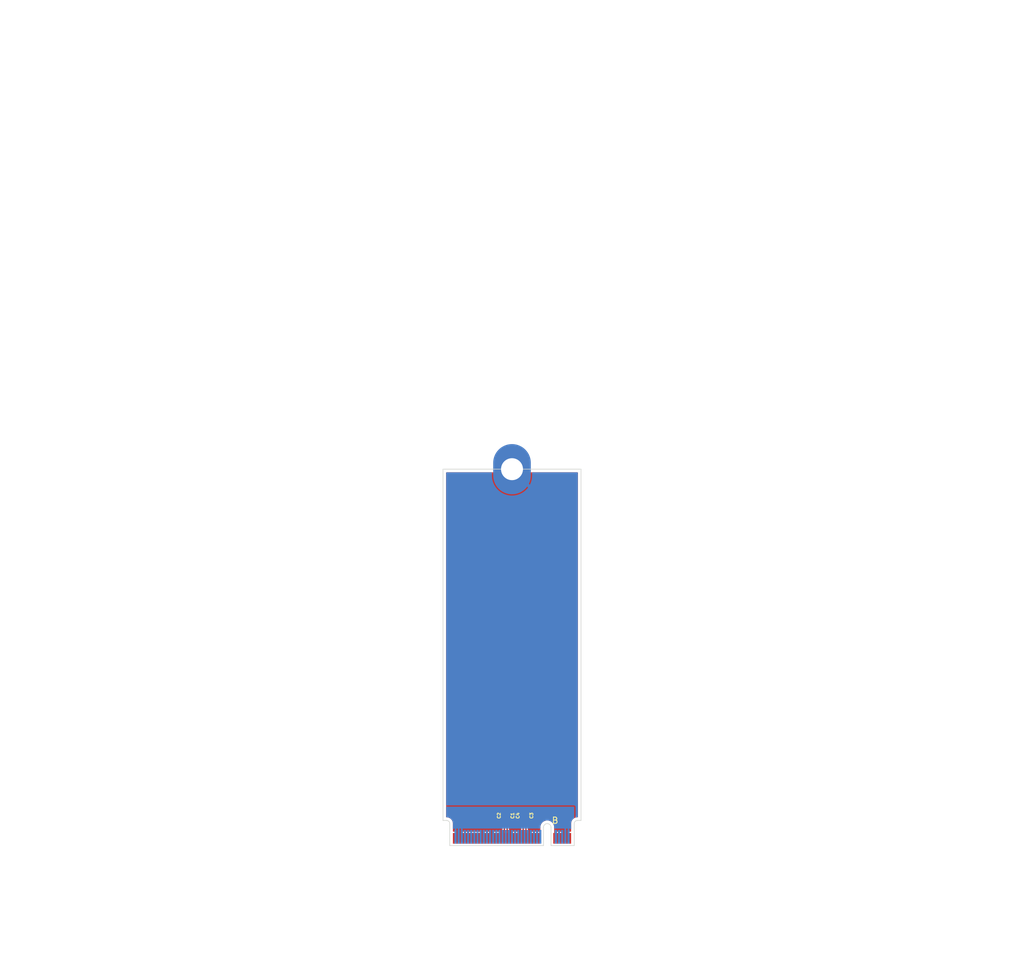
<source format=kicad_pcb>
(kicad_pcb (version 20241229) (generator "pcbnew") (generator_version "9.0")
  (layers (0 "F.Cu" signal) (2 "B.Cu" signal) (13 "F.Paste" user) (15 "B.Paste" user) (5 "F.SilkS" user "F.Silkscreen") (7 "B.SilkS" user "B.Silkscreen") (1 "F.Mask" user) (3 "B.Mask" user) (25 "Edge.Cuts" user))
  (net 0 "")
  (net 1 "/M.2 B key/PET0N")
  (net 2 "/M.2 B key/PET0P")
  (net 3 "/M.2 B key/PET1P")
  (net 4 "/M.2 B key/PET1N")
  (net 5 "GND")
  (net 6 "/CONFIG_3")
  (net 7 "+3.3V")
  (net 8 "/FULL_CARD_PWR_OFF#")
  (net 9 "/USB_D+")
  (net 10 "/W_DISABLE1#")
  (net 11 "/USB_D-")
  (net 12 "/GPIO_9{slash}LED#1")
  (net 13 "/GPIO_5")
  (net 14 "/CONFIG_0")
  (net 15 "/GPIO_6")
  (net 16 "/DPR")
  (net 17 "/GPIO_7")
  (net 18 "/GPIO_11")
  (net 19 "/GPIO_10")
  (net 20 "/GPIO_8")
  (net 21 "/UIM-RESET")
  (net 22 "/UIM-CLK")
  (net 23 "/UIM-DATA")
  (net 24 "/PER1-")
  (net 25 "/UIM-PWR")
  (net 26 "/PER1+")
  (net 27 "/DEVSLP")
  (net 28 "/GPIO_0")
  (net 29 "/GPIO_1")
  (net 30 "/GPIO_2")
  (net 31 "/GPIO_3")
  (net 32 "/PER0-")
  (net 33 "/GPIO_4")
  (net 34 "/PER0+")
  (net 35 "/PERST#")
  (net 36 "/CLKREQ#")
  (net 37 "/REFCLK-")
  (net 38 "/PEWAKE#")
  (net 39 "/REFCLK+")
  (net 42 "/ANTCTL0")
  (net 44 "/ANTCTL1")
  (net 46 "/ANTCTL2")
  (net 48 "/ANTCTL3")
  (net 49 "/SIM_DETECT")
  (net 50 "/RESET#")
  (net 51 "/SUSCLK")
  (net 52 "/CONFIG_1")
  (net 53 "/CONFIG_2")
  (net 54 "/PET0+")
  (net 55 "/PET1+")
  (net 56 "/PET1-")
  (net 57 "/PET0-")
  (footprint "Capacitor_SMD:C_0201_0603Metric" (layer "F.Cu") (at 111.36 153.72 90)
    (property "Reference" "C3" (at 0 0.75 90) (layer "F.SilkS") (effects (font (size 0.5 0.5))))
    (property "Value" "220nF")
    (pad "1" smd roundrect (at -0.32 0 90) (size 0.46 0.4) (layers "F.Cu" "F.Mask") (net 4 "/M.2 B key/PET1N"))
    (pad "2" smd roundrect (at 0.32 0 90) (size 0.46 0.4) (layers "F.Cu" "F.Mask") (net 56 "/PET1-"))
  )
  (footprint "Athena KiCAd library:M.2 Mounting Pad" (layer "F.Cu") (at 109.01 98.49)
    (property "Reference" "H1")
    (property "Value" "MountingHole_Pad")
    (pad "1" thru_hole circle (at 0 0) (size 5.5 5.5) (drill 3.5) (property pad_prop_castellated) (layers "*.Cu" "*.Mask") (net 5 "GND") (padstack (mode front_inner_back) (layer "Inner" (shape circle) (size 5.5 5.5)) (layer "B.Cu" (shape oval) (size 6 8))))
  )
  (footprint "Capacitor_SMD:C_0201_0603Metric" (layer "F.Cu") (at 110.66 153.72 90)
    (property "Reference" "C4" (at 0 -0.72 90) (layer "F.SilkS") (effects (font (size 0.5 0.5))))
    (property "Value" "220nF")
    (pad "1" smd roundrect (at -0.32 0 90) (size 0.46 0.4) (layers "F.Cu" "F.Mask") (net 3 "/M.2 B key/PET1P"))
    (pad "2" smd roundrect (at 0.32 0 90) (size 0.46 0.4) (layers "F.Cu" "F.Mask") (net 55 "/PET1+"))
  )
  (footprint "Capacitor_SMD:C_0201_0603Metric" (layer "F.Cu") (at 108.36 153.72 90)
    (property "Reference" "C1" (at 0 0.73 270) (layer "F.SilkS") (effects (font (size 0.5 0.5))))
    (property "Value" "220nF")
    (pad "1" smd roundrect (at -0.32 0 90) (size 0.46 0.4) (layers "F.Cu" "F.Mask") (net 1 "/M.2 B key/PET0N"))
    (pad "2" smd roundrect (at 0.32 0 90) (size 0.46 0.4) (layers "F.Cu" "F.Mask") (net 57 "/PET0-"))
  )
  (footprint "PCIexpress:M.2 B Key Connector" (layer "F.Cu") (at 109.01 157.38)
    (property "Reference" "J1")
    (property "Value" "~")
    (fp_line (start -11 -2.89) (end -10.425 -2.89) (stroke (width 0.1)) (layer "Edge.Cuts"))
    (fp_line (start -9.925 -2.39) (end -9.925 1.11) (stroke (width 0.1)) (layer "Edge.Cuts"))
    (fp_line (start 5.02 -1.79) (end 5.02 1.11) (stroke (width 0.1)) (layer "Edge.Cuts"))
    (fp_line (start 5.02 1.11) (end -9.925 1.11) (stroke (width 0.1)) (layer "Edge.Cuts"))
    (fp_line (start 6.22 -1.79) (end 6.22 1.11) (stroke (width 0.1)) (layer "Edge.Cuts"))
    (fp_line (start 6.225333 1.11) (end 9.925 1.11) (stroke (width 0.1)) (layer "Edge.Cuts"))
    (fp_line (start 9.925 -2.39) (end 9.925 1.11) (stroke (width 0.1)) (layer "Edge.Cuts"))
    (fp_line (start 10.425 -2.89) (end 11 -2.89) (stroke (width 0.1)) (layer "Edge.Cuts"))
    (fp_arc (start -10.425 -2.89) (mid -10.071447 -2.743553) (end -9.925 -2.39) (stroke (width 0.1)) (layer "Edge.Cuts"))
    (fp_arc (start 5.02 -1.79) (mid 5.62 -2.39) (end 6.22 -1.79) (stroke (width 0.1)) (layer "Edge.Cuts"))
    (fp_arc (start 9.925 -2.39) (mid 10.071447 -2.743553) (end 10.425 -2.89) (stroke (width 0.1)) (layer "Edge.Cuts"))
    (fp_text user "B" (at 6.27 -2.3 0) (layer "F.SilkS") (effects (justify left bottom)))
    (pad "1" smd rect (at 9.25 -0.04 180) (size 0.35 1.7) (layers "F.Cu") (net 6 "/CONFIG_3"))
    (pad "2" smd rect (at 9 -0.29 180) (size 0.35 2.2) (layers "B.Cu") (net 7 "+3.3V"))
    (pad "3" smd rect (at 8.75 -0.04 180) (size 0.35 1.7) (layers "F.Cu") (net 5 "GND"))
    (pad "4" smd rect (at 8.5 -0.29 180) (size 0.35 2.2) (layers "B.Cu") (net 7 "+3.3V"))
    (pad "5" smd rect (at 8.25 -0.04 180) (size 0.35 1.7) (layers "F.Cu") (net 5 "GND"))
    (pad "6" smd rect (at 8 -0.29 180) (size 0.35 2.2) (layers "B.Cu") (net 8 "/FULL_CARD_PWR_OFF#"))
    (pad "7" smd rect (at 7.75 -0.04 180) (size 0.35 1.7) (layers "F.Cu") (net 9 "/USB_D+"))
    (pad "8" smd rect (at 7.5 -0.29 180) (size 0.35 2.2) (layers "B.Cu") (net 10 "/W_DISABLE1#"))
    (pad "9" smd rect (at 7.25 -0.04 180) (size 0.35 1.7) (layers "F.Cu") (net 11 "/USB_D-"))
    (pad "10" smd rect (at 7 -0.29 180) (size 0.35 2.2) (layers "B.Cu") (net 12 "/GPIO_9{slash}LED#1"))
    (pad "11" smd rect (at 6.75 -0.04 180) (size 0.35 1.7) (layers "F.Cu") (net 5 "GND"))
    (pad "20" smd rect (at 4.5 -0.29 180) (size 0.35 2.2) (layers "B.Cu") (net 13 "/GPIO_5"))
    (pad "21" smd rect (at 4.25 -0.04 180) (size 0.35 1.7) (layers "F.Cu") (net 14 "/CONFIG_0"))
    (pad "22" smd rect (at 4 -0.29 180) (size 0.35 2.2) (layers "B.Cu") (net 15 "/GPIO_6"))
    (pad "23" smd rect (at 3.75 -0.04 180) (size 0.35 1.7) (layers "F.Cu") (net 16 "/DPR"))
    (pad "24" smd rect (at 3.5 -0.29 180) (size 0.35 2.2) (layers "B.Cu") (net 17 "/GPIO_7"))
    (pad "25" smd rect (at 3.25 -0.04 180) (size 0.35 1.7) (layers "F.Cu") (net 18 "/GPIO_11"))
    (pad "26" smd rect (at 3 -0.29 180) (size 0.35 2.2) (layers "B.Cu") (net 19 "/GPIO_10"))
    (pad "27" smd rect (at 2.75 -0.04 180) (size 0.35 1.7) (layers "F.Cu") (net 5 "GND"))
    (pad "28" smd rect (at 2.5 -0.29 180) (size 0.35 2.2) (layers "B.Cu") (net 20 "/GPIO_8"))
    (pad "29" smd rect (at 2.25 -0.04 180) (size 0.35 1.7) (layers "F.Cu") (net 4 "/M.2 B key/PET1N"))
    (pad "30" smd rect (at 2 -0.29 180) (size 0.35 2.2) (layers "B.Cu") (net 21 "/UIM-RESET"))
    (pad "31" smd rect (at 1.75 -0.04 180) (size 0.35 1.7) (layers "F.Cu") (net 3 "/M.2 B key/PET1P"))
    (pad "32" smd rect (at 1.5 -0.29 180) (size 0.35 2.2) (layers "B.Cu") (net 22 "/UIM-CLK"))
    (pad "33" smd rect (at 1.25 -0.04 180) (size 0.35 1.7) (layers "F.Cu") (net 5 "GND"))
    (pad "34" smd rect (at 1 -0.29 180) (size 0.35 2.2) (layers "B.Cu") (net 23 "/UIM-DATA"))
    (pad "35" smd rect (at 0.75 -0.04 180) (size 0.35 1.7) (layers "F.Cu") (net 24 "/PER1-"))
    (pad "36" smd rect (at 0.5 -0.29 180) (size 0.35 2.2) (layers "B.Cu") (net 25 "/UIM-PWR"))
    (pad "37" smd rect (at 0.25 -0.04 180) (size 0.35 1.7) (layers "F.Cu") (net 26 "/PER1+"))
    (pad "38" smd rect (at 0 -0.29 180) (size 0.35 2.2) (layers "B.Cu") (net 27 "/DEVSLP"))
    (pad "39" smd rect (at -0.25 -0.04 180) (size 0.35 1.7) (layers "F.Cu") (net 5 "GND"))
    (pad "40" smd rect (at -0.5 -0.29 180) (size 0.35 2.2) (layers "B.Cu") (net 28 "/GPIO_0"))
    (pad "41" smd rect (at -0.75 -0.04 180) (size 0.35 1.7) (layers "F.Cu") (net 1 "/M.2 B key/PET0N"))
    (pad "42" smd rect (at -1 -0.29 180) (size 0.35 2.2) (layers "B.Cu") (net 29 "/GPIO_1"))
    (pad "43" smd rect (at -1.25 -0.04 180) (size 0.35 1.7) (layers "F.Cu") (net 2 "/M.2 B key/PET0P"))
    (pad "44" smd rect (at -1.5 -0.29 180) (size 0.35 2.2) (layers "B.Cu") (net 30 "/GPIO_2"))
    (pad "45" smd rect (at -1.75 -0.04 180) (size 0.35 1.7) (layers "F.Cu") (net 5 "GND"))
    (pad "46" smd rect (at -2 -0.29 180) (size 0.35 2.2) (layers "B.Cu") (net 31 "/GPIO_3"))
    (pad "47" smd rect (at -2.25 -0.04 180) (size 0.35 1.7) (layers "F.Cu") (net 32 "/PER0-"))
    (pad "48" smd rect (at -2.5 -0.29 180) (size 0.35 2.2) (layers "B.Cu") (net 33 "/GPIO_4"))
    (pad "49" smd rect (at -2.75 -0.04 180) (size 0.35 1.7) (layers "F.Cu") (net 34 "/PER0+"))
    (pad "50" smd rect (at -3 -0.29 180) (size 0.35 2.2) (layers "B.Cu") (net 35 "/PERST#"))
    (pad "51" smd rect (at -3.25 -0.04 180) (size 0.35 1.7) (layers "F.Cu") (net 5 "GND"))
    (pad "52" smd rect (at -3.5 -0.29 180) (size 0.35 2.2) (layers "B.Cu") (net 36 "/CLKREQ#"))
    (pad "53" smd rect (at -3.75 -0.04 180) (size 0.35 1.7) (layers "F.Cu") (net 37 "/REFCLK-"))
    (pad "54" smd rect (at -4 -0.29 180) (size 0.35 2.2) (layers "B.Cu") (net 38 "/PEWAKE#"))
    (pad "55" smd rect (at -4.25 -0.04 180) (size 0.35 1.7) (layers "F.Cu") (net 39 "/REFCLK+"))
    (pad "56" smd rect (at -4.5 -0.29 180) (size 0.35 2.2) (layers "B.Cu"))
    (pad "57" smd rect (at -4.75 -0.04 180) (size 0.35 1.7) (layers "F.Cu") (net 5 "GND"))
    (pad "58" smd rect (at -5 -0.29 180) (size 0.35 2.2) (layers "B.Cu"))
    (pad "59" smd rect (at -5.25 -0.04 180) (size 0.35 1.7) (layers "F.Cu") (net 42 "/ANTCTL0"))
    (pad "60" smd rect (at -5.5 -0.29 180) (size 0.35 2.2) (layers "B.Cu"))
    (pad "61" smd rect (at -5.75 -0.04 180) (size 0.35 1.7) (layers "F.Cu") (net 44 "/ANTCTL1"))
    (pad "62" smd rect (at -6 -0.29 180) (size 0.35 2.2) (layers "B.Cu"))
    (pad "63" smd rect (at -6.25 -0.04 180) (size 0.35 1.7) (layers "F.Cu") (net 46 "/ANTCTL2"))
    (pad "64" smd rect (at -6.5 -0.29 180) (size 0.35 2.2) (layers "B.Cu"))
    (pad "65" smd rect (at -6.75 -0.04 180) (size 0.35 1.7) (layers "F.Cu") (net 48 "/ANTCTL3"))
    (pad "66" smd rect (at -7 -0.29 180) (size 0.35 2.2) (layers "B.Cu") (net 49 "/SIM_DETECT"))
    (pad "67" smd rect (at -7.25 -0.04 180) (size 0.35 1.7) (layers "F.Cu") (net 50 "/RESET#"))
    (pad "68" smd rect (at -7.5 -0.29 180) (size 0.35 2.2) (layers "B.Cu") (net 51 "/SUSCLK"))
    (pad "69" smd rect (at -7.75 -0.04 180) (size 0.35 1.7) (layers "F.Cu") (net 52 "/CONFIG_1"))
    (pad "70" smd rect (at -8 -0.29 180) (size 0.35 2.2) (layers "B.Cu") (net 7 "+3.3V"))
    (pad "71" smd rect (at -8.25 -0.04 180) (size 0.35 1.7) (layers "F.Cu") (net 5 "GND"))
    (pad "72" smd rect (at -8.5 -0.29 180) (size 0.35 2.2) (layers "B.Cu") (net 7 "+3.3V"))
    (pad "73" smd rect (at -8.75 -0.04 180) (size 0.35 1.7) (layers "F.Cu") (net 5 "GND"))
    (pad "74" smd rect (at -9 -0.29 180) (size 0.35 2.2) (layers "B.Cu") (net 7 "+3.3V"))
    (pad "75" smd rect (at -9.25 -0.04 180) (size 0.35 1.7) (layers "F.Cu") (net 53 "/CONFIG_2"))
  )
  (footprint "Capacitor_SMD:C_0201_0603Metric" (layer "F.Cu") (at 107.66 153.72 90)
    (property "Reference" "C2" (at 0 -0.73 90) (layer "F.SilkS") (effects (font (size 0.5 0.5))))
    (property "Value" "220nF")
    (pad "1" smd roundrect (at -0.32 0 90) (size 0.46 0.4) (layers "F.Cu" "F.Mask") (net 2 "/M.2 B key/PET0P"))
    (pad "2" smd roundrect (at 0.32 0 90) (size 0.46 0.4) (layers "F.Cu" "F.Mask") (net 54 "/PET0+"))
  )
  (gr_line (start 120.01 154.49) (end 120.01 98.49) (stroke (width 0.1)) (layer "Edge.Cuts"))
  (gr_line (start 98.01 98.49) (end 98.01 154.49) (stroke (width 0.1)) (layer "Edge.Cuts"))
  (gr_line (start 120.01 98.49) (end 98.01 98.49) (stroke (width 0.1)) (layer "Edge.Cuts"))
  (segment (start 108.26 157.34) (end 108.26 156.064999) (width 0.2) (layer "F.Cu") (net 1))
  (segment (start 108.26 156.064999) (end 108.235 156.039999) (width 0.2) (layer "F.Cu") (net 1))
  (segment (start 108.235 156.039999) (end 108.235 154.510001) (width 0.2) (layer "F.Cu") (net 1))
  (segment (start 108.36 154.385001) (end 108.36 154.04) (width 0.2) (layer "F.Cu") (net 1))
  (segment (start 108.235 154.510001) (end 108.36 154.385001) (width 0.2) (layer "F.Cu") (net 1))
  (segment (start 107.785 154.510001) (end 107.66 154.385001) (width 0.2) (layer "F.Cu") (net 2))
  (segment (start 107.76 157.34) (end 107.76 156.064999) (width 0.2) (layer "F.Cu") (net 2))
  (segment (start 107.66 154.385001) (end 107.66 154.04) (width 0.2) (layer "F.Cu") (net 2))
  (segment (start 107.76 156.064999) (end 107.785 156.039999) (width 0.2) (layer "F.Cu") (net 2))
  (segment (start 107.785 156.039999) (end 107.785 154.510001) (width 0.2) (layer "F.Cu") (net 2))
  (segment (start 110.66 154.385001) (end 110.66 154.04) (width 0.2) (layer "F.Cu") (net 3))
  (segment (start 110.785 156.039999) (end 110.785 154.510001) (width 0.2) (layer "F.Cu") (net 3))
  (segment (start 110.76 156.064999) (end 110.785 156.039999) (width 0.2) (layer "F.Cu") (net 3))
  (segment (start 110.76 157.34) (end 110.76 156.064999) (width 0.2) (layer "F.Cu") (net 3))
  (segment (start 110.785 154.510001) (end 110.66 154.385001) (width 0.2) (layer "F.Cu") (net 3))
  (segment (start 111.26 156.064999) (end 111.235 156.039999) (width 0.2) (layer "F.Cu") (net 4))
  (segment (start 111.26 157.34) (end 111.26 156.064999) (width 0.2) (layer "F.Cu") (net 4))
  (segment (start 111.36 154.385001) (end 111.36 154.04) (width 0.2) (layer "F.Cu") (net 4))
  (segment (start 111.235 156.039999) (end 111.235 154.510001) (width 0.2) (layer "F.Cu") (net 4))
  (segment (start 111.235 154.510001) (end 111.36 154.385001) (width 0.2) (layer "F.Cu") (net 4))
  (zone (net 5) (net_name "GND") (layers "F.Cu" "B.Cu") (connect_pads (clearance 0.15)) (min_thickness 0.15) (fill yes (thermal_gap 0.2) (thermal_bridge_width 0.5))
    (polygon (pts (xy 94.01 156.73) (xy 94.01 48.49) (xy 124.01 48.49) (xy 124.01 156.73)))
  )
  (zone (net 7) (net_name "+3.3V") (layer "B.Cu") (priority 1) (connect_pads (clearance 0.2)) (min_thickness 0.1) (fill yes (thermal_gap 0.2) (thermal_bridge_width 0.25))
    (polygon (pts (xy 118.93 156.67) (xy 118.93 152.305) (xy 118.915 152.29) (xy 98.46 152.29) (xy 98.46 156.92) (xy 118.68 156.92)))
  )
)
</source>
